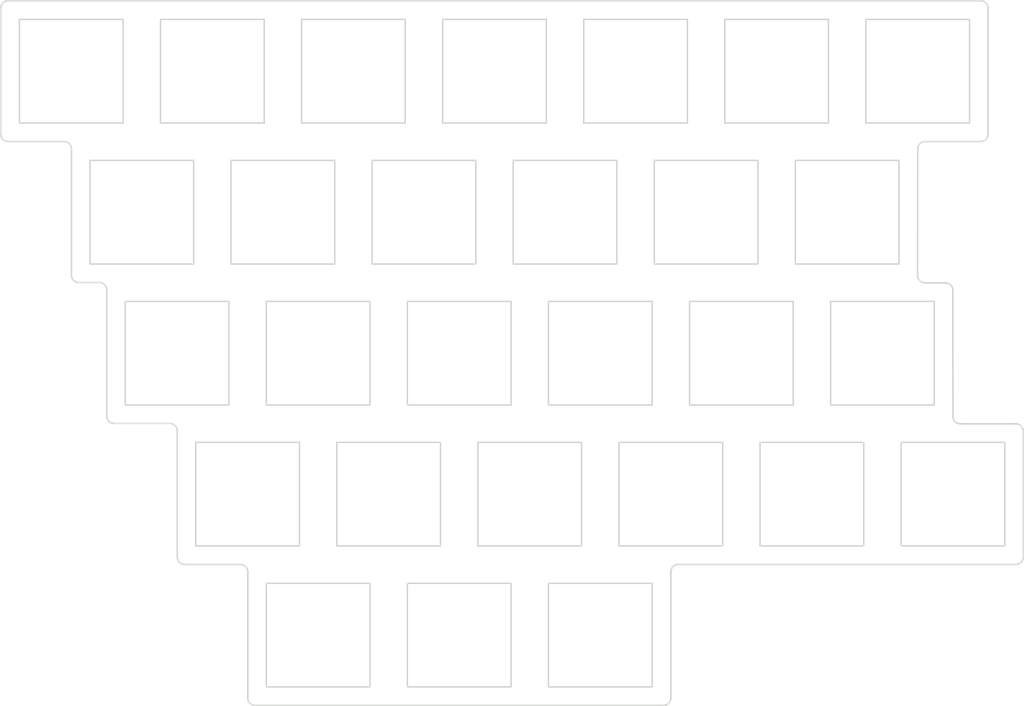
<source format=kicad_pcb>
(kicad_pcb (version 20221018) (generator pcbnew)
  (layers (0 "F.Cu" signal) (31 "B.Cu" signal) (34 "B.Paste" user) (35 "F.Paste" user) (36 "B.SilkS" user "B.Silkscreen") (37 "F.SilkS" user "F.Silkscreen") (38 "B.Mask" user) (39 "F.Mask" user) (44 "Edge.Cuts" user))
  (net 0 "")
  (footprint "kbd:spacer_m2" (layer "F.Cu") (at 133.35 37.592)
    (fp_text reference "Ref**" hide)
    (fp_text value "Val**" hide)
    (pad "" np_thru_hole circle locked (at 0 0) (size 4.3 4.3) (drill 4.3) (layers "F&B.Cu" "*.Mask"))
  )
  (footprint "kbd:spacer_m2" (layer "F.Cu") (at 85.7504 38.5826)
    (fp_text reference "Ref**" hide)
    (fp_text value "Val**" hide)
    (pad "" np_thru_hole circle locked (at 0 0) (size 4.3 4.3) (drill 4.3) (layers "F&B.Cu" "*.Mask"))
  )
  (footprint "" (layer "F.Cu") (at 90.5002 75.692)
    (fp_text reference "" (at 0 0) (layer "F.SilkS") (effects (font (size 1.27 1.27))))
    (fp_text value "" (at 0 0) (layer "F.SilkS") (effects (font (size 1.27 1.27))))
    (pad "" np_thru_hole circle locked (at 0 0) (size 4.3 4.3) (drill 4.3) (layers "F&B.Cu" "*.Mask"))
  )
  (footprint "kbd:spacer_m2" (layer "F.Cu") (at 38.1 37.592)
    (fp_text reference "Ref**" hide)
    (fp_text value "Val**" hide)
    (pad "" np_thru_hole circle locked (at 0 0) (size 4.3 4.3) (drill 4.3) (layers "F&B.Cu" "*.Mask"))
  )
  (footprint "" (layer "F.Cu") (at 133.35 37.592)
    (fp_text reference "" (at 0 0) (layer "F.SilkS") (effects (font (size 1.27 1.27))))
    (fp_text value "" (at 0 0) (layer "F.SilkS") (effects (font (size 1.27 1.27))))
    (pad "" np_thru_hole circle locked (at 0 0) (size 4.3 4.3) (drill 4.3) (layers "F&B.Cu" "*.Mask"))
  )
  (footprint "" (layer "F.Cu") (at 85.7504 38.5826)
    (fp_text reference "" (at 0 0) (layer "F.SilkS") (effects (font (size 1.27 1.27))))
    (fp_text value "" (at 0 0) (layer "F.SilkS") (effects (font (size 1.27 1.27))))
    (pad "" np_thru_hole circle locked (at 0 0) (size 4.3 4.3) (drill 4.3) (layers "F&B.Cu" "*.Mask"))
  )
  (footprint "" (layer "F.Cu") (at 38.1 37.592)
    (fp_text reference "" (at 0 0) (layer "F.SilkS") (effects (font (size 1.27 1.27))))
    (fp_text value "" (at 0 0) (layer "F.SilkS") (effects (font (size 1.27 1.27))))
    (pad "" np_thru_hole circle locked (at 0 0) (size 4.3 4.3) (drill 4.3) (layers "F&B.Cu" "*.Mask"))
  )
  (footprint "kbd:spacer_m2" (layer "F.Cu") (at 90.5002 75.692)
    (fp_text reference "Ref**" hide)
    (fp_text value "Val**" hide)
    (pad "" np_thru_hole circle locked (at 0 0) (size 4.3 4.3) (drill 4.3) (layers "F&B.Cu" "*.Mask"))
  )
  (footprint "kbd:spacer_m2" (layer "F.Cu") (at 138.0998 76.708)
    (fp_text reference "Ref**" hide)
    (fp_text value "Val**" hide)
    (pad "" np_thru_hole circle locked (at 0 0) (size 4.3 4.3) (drill 4.3) (layers "F&B.Cu" "*.Mask"))
  )
  (footprint "kbd:spacer_m2" (layer "F.Cu") (at 61.9252 94.742)
    (fp_text reference "Ref**" hide)
    (fp_text value "Val**" hide)
    (pad "" np_thru_hole circle locked (at 0 0) (size 4.3 4.3) (drill 4.3) (layers "F&B.Cu" "*.Mask"))
  )
  (footprint "" (layer "F.Cu") (at 138.0998 76.708)
    (fp_text reference "" (at 0 0) (layer "F.SilkS") (effects (font (size 1.27 1.27))))
    (fp_text value "" (at 0 0) (layer "F.SilkS") (effects (font (size 1.27 1.27))))
    (pad "" np_thru_hole circle locked (at 0 0) (size 4.3 4.3) (drill 4.3) (layers "F&B.Cu" "*.Mask"))
  )
  (footprint "" (layer "F.Cu") (at 61.9252 94.742)
    (fp_text reference "" (at 0 0) (layer "F.SilkS") (effects (font (size 1.27 1.27))))
    (fp_text value "" (at 0 0) (layer "F.SilkS") (effects (font (size 1.27 1.27))))
    (pad "" np_thru_hole circle locked (at 0 0) (size 4.3 4.3) (drill 4.3) (layers "F&B.Cu" "*.Mask"))
  )
  (gr_line locked (start 73.961998 111.774998) (end 87.962002 111.774998) (stroke (width 0.188976)) (layer "Edge.Cuts"))
  (gr_arc locked (start 156.1375 76.225) (mid 156.844607 76.517893) (end 157.1375 77.225) (stroke (width 0.2)) (layer "Edge.Cuts"))
  (gr_line locked (start 35.862 73.674999) (end 49.862 73.674999) (stroke (width 0.188976)) (layer "Edge.Cuts"))
  (gr_line locked (start 102.249996 54.625) (end 102.249996 40.625) (stroke (width 0.188976)) (layer "Edge.Cuts"))
  (gr_line locked (start 59.387001 78.725003) (end 45.386999 78.725003) (stroke (width 0.188976)) (layer "Edge.Cuts"))
  (gr_line locked (start 151.375 19.05) (end 20.05 19.05) (stroke (width 0.2)) (layer "Edge.Cuts"))
  (gr_line locked (start 34.362 76.174999) (end 41.887 76.174999) (stroke (width 0.2)) (layer "Edge.Cuts"))
  (gr_line locked (start 49.862 59.674999) (end 35.862 59.674999) (stroke (width 0.188976)) (layer "Edge.Cuts"))
  (gr_line locked (start 126.062 73.674999) (end 126.062 59.674999) (stroke (width 0.188976)) (layer "Edge.Cuts"))
  (gr_line locked (start 28.6 39.075) (end 28.6 56.124999) (stroke (width 0.2)) (layer "Edge.Cuts"))
  (gr_arc locked (start 152.375 37.075) (mid 152.082107 37.782107) (end 151.375 38.075) (stroke (width 0.2)) (layer "Edge.Cuts"))
  (gr_line locked (start 157.1375 94.225) (end 157.1375 77.225) (stroke (width 0.2)) (layer "Edge.Cuts"))
  (gr_line locked (start 49.862 73.674999) (end 49.862 59.674999) (stroke (width 0.188976)) (layer "Edge.Cuts"))
  (gr_arc locked (start 34.362 76.174999) (mid 33.654894 75.882106) (end 33.362 75.174999) (stroke (width 0.2)) (layer "Edge.Cuts"))
  (gr_line locked (start 111.774998 21.575) (end 97.774998 21.575) (stroke (width 0.188976)) (layer "Edge.Cuts"))
  (gr_line locked (start 107.011997 97.774998) (end 93.011997 97.774998) (stroke (width 0.188976)) (layer "Edge.Cuts"))
  (gr_line locked (start 93.011997 111.774998) (end 107.011997 111.774998) (stroke (width 0.188976)) (layer "Edge.Cuts"))
  (gr_line locked (start 40.625 35.574999) (end 54.625 35.574999) (stroke (width 0.188976)) (layer "Edge.Cuts"))
  (gr_line locked (start 140.636997 92.725003) (end 154.636997 92.725003) (stroke (width 0.188976)) (layer "Edge.Cuts"))
  (gr_line locked (start 45.100001 40.625) (end 31.100001 40.625) (stroke (width 0.188976)) (layer "Edge.Cuts"))
  (gr_line locked (start 83.487004 92.725003) (end 97.487004 92.725003) (stroke (width 0.188976)) (layer "Edge.Cuts"))
  (gr_line locked (start 64.437 92.725003) (end 78.437 92.725003) (stroke (width 0.188976)) (layer "Edge.Cuts"))
  (gr_arc locked (start 157.1375 94.225) (mid 156.844607 94.932107) (end 156.1375 95.225) (stroke (width 0.2)) (layer "Edge.Cuts"))
  (gr_line locked (start 88.249996 40.625) (end 88.249996 54.625) (stroke (width 0.188976)) (layer "Edge.Cuts"))
  (gr_line locked (start 93.011997 73.674999) (end 107.011997 73.674999) (stroke (width 0.188976)) (layer "Edge.Cuts"))
  (gr_line locked (start 93.011997 59.674999) (end 93.011997 73.674999) (stroke (width 0.188976)) (layer "Edge.Cuts"))
  (gr_line locked (start 107.299999 54.625) (end 121.299999 54.625) (stroke (width 0.188976)) (layer "Edge.Cuts"))
  (gr_line locked (start 68.911999 59.674999) (end 54.911999 59.674999) (stroke (width 0.188976)) (layer "Edge.Cuts"))
  (gr_arc locked (start 27.6 38.075) (mid 28.307107 38.367893) (end 28.6 39.075) (stroke (width 0.2)) (layer "Edge.Cuts"))
  (gr_line locked (start 116.536999 78.725003) (end 102.536999 78.725003) (stroke (width 0.188976)) (layer "Edge.Cuts"))
  (gr_line locked (start 45.386999 92.725003) (end 59.387001 92.725003) (stroke (width 0.188976)) (layer "Edge.Cuts"))
  (gr_line locked (start 31.100001 54.625) (end 45.100001 54.625) (stroke (width 0.188976)) (layer "Edge.Cuts"))
  (gr_line locked (start 121.299999 40.625) (end 107.299999 40.625) (stroke (width 0.188976)) (layer "Edge.Cuts"))
  (gr_arc locked (start 51.411999 95.224999) (mid 52.119107 95.517892) (end 52.411999 96.224999) (stroke (width 0.2)) (layer "Edge.Cuts"))
  (gr_line locked (start 50.150002 40.625) (end 50.150002 54.625) (stroke (width 0.188976)) (layer "Edge.Cuts"))
  (gr_line locked (start 140.636997 78.725003) (end 140.636997 92.725003) (stroke (width 0.188976)) (layer "Edge.Cuts"))
  (gr_line locked (start 35.574999 35.574999) (end 35.574999 21.575) (stroke (width 0.188976)) (layer "Edge.Cuts"))
  (gr_line locked (start 73.961998 97.774998) (end 73.961998 111.774998) (stroke (width 0.188976)) (layer "Edge.Cuts"))
  (gr_line locked (start 135.587002 78.725003) (end 121.587002 78.725003) (stroke (width 0.188976)) (layer "Edge.Cuts"))
  (gr_line locked (start 93.011997 97.774998) (end 93.011997 111.774998) (stroke (width 0.188976)) (layer "Edge.Cuts"))
  (gr_line locked (start 45.100001 54.625) (end 45.100001 40.625) (stroke (width 0.188976)) (layer "Edge.Cuts"))
  (gr_line locked (start 135.873997 21.575) (end 135.873997 35.574999) (stroke (width 0.188976)) (layer "Edge.Cuts"))
  (gr_line locked (start 64.150002 54.625) (end 64.150002 40.625) (stroke (width 0.188976)) (layer "Edge.Cuts"))
  (gr_arc locked (start 109.537502 96.225) (mid 109.830395 95.517894) (end 110.537502 95.225) (stroke (width 0.2)) (layer "Edge.Cuts"))
  (gr_line locked (start 154.636997 92.725003) (end 154.636997 78.725003) (stroke (width 0.188976)) (layer "Edge.Cuts"))
  (gr_line locked (start 146.613811 57.175) (end 143.85131 57.175) (stroke (width 0.2)) (layer "Edge.Cuts"))
  (gr_line locked (start 68.911999 73.674999) (end 68.911999 59.674999) (stroke (width 0.188976)) (layer "Edge.Cuts"))
  (gr_line locked (start 126.350003 40.625) (end 126.350003 54.625) (stroke (width 0.188976)) (layer "Edge.Cuts"))
  (gr_line locked (start 97.774998 35.574999) (end 111.774998 35.574999) (stroke (width 0.188976)) (layer "Edge.Cuts"))
  (gr_line locked (start 35.862 59.674999) (end 35.862 73.674999) (stroke (width 0.188976)) (layer "Edge.Cuts"))
  (gr_line locked (start 40.625 21.575) (end 40.625 35.574999) (stroke (width 0.188976)) (layer "Edge.Cuts"))
  (gr_line locked (start 152.375 37.075) (end 152.375 20.05) (stroke (width 0.2)) (layer "Edge.Cuts"))
  (gr_line locked (start 142.851311 56.173691) (end 142.873693 39.073691) (stroke (width 0.2)) (layer "Edge.Cuts"))
  (gr_arc locked (start 19.05 20.05) (mid 19.342893 19.342893) (end 20.05 19.05) (stroke (width 0.2)) (layer "Edge.Cuts"))
  (gr_arc locked (start 41.887 76.174999) (mid 42.594107 76.467892) (end 42.887 77.174999) (stroke (width 0.2)) (layer "Edge.Cuts"))
  (gr_line locked (start 73.961998 59.674999) (end 73.961998 73.674999) (stroke (width 0.188976)) (layer "Edge.Cuts"))
  (gr_line locked (start 135.587002 92.725003) (end 135.587002 78.725003) (stroke (width 0.188976)) (layer "Edge.Cuts"))
  (gr_line locked (start 130.824002 35.574999) (end 130.824002 21.575) (stroke (width 0.188976)) (layer "Edge.Cuts"))
  (gr_line locked (start 83.200001 40.625) (end 69.200001 40.625) (stroke (width 0.188976)) (layer "Edge.Cuts"))
  (gr_line locked (start 68.911999 97.774998) (end 54.911999 97.774998) (stroke (width 0.188976)) (layer "Edge.Cuts"))
  (gr_arc locked (start 151.375 19.05) (mid 152.082107 19.342893) (end 152.375 20.05) (stroke (width 0.2)) (layer "Edge.Cuts"))
  (gr_line locked (start 92.725003 21.575) (end 78.725003 21.575) (stroke (width 0.188976)) (layer "Edge.Cuts"))
  (gr_line locked (start 156.1375 76.225) (end 148.636189 76.225) (stroke (width 0.2)) (layer "Edge.Cuts"))
  (gr_line locked (start 69.200001 54.625) (end 83.200001 54.625) (stroke (width 0.188976)) (layer "Edge.Cuts"))
  (gr_line locked (start 64.437 78.725003) (end 64.437 92.725003) (stroke (width 0.188976)) (layer "Edge.Cuts"))
  (gr_line locked (start 19.05 20.05) (end 19.05 37.075) (stroke (width 0.2)) (layer "Edge.Cuts"))
  (gr_line locked (start 131.112004 59.674999) (end 131.112004 73.674999) (stroke (width 0.188976)) (layer "Edge.Cuts"))
  (gr_line locked (start 131.112004 73.674999) (end 145.112004 73.674999) (stroke (width 0.188976)) (layer "Edge.Cuts"))
  (gr_line locked (start 73.961998 73.674999) (end 87.962002 73.674999) (stroke (width 0.188976)) (layer "Edge.Cuts"))
  (gr_line locked (start 147.636189 75.226312) (end 147.613811 58.173688) (stroke (width 0.2)) (layer "Edge.Cuts"))
  (gr_line locked (start 107.011997 111.774998) (end 107.011997 97.774998) (stroke (width 0.188976)) (layer "Edge.Cuts"))
  (gr_line locked (start 154.636997 78.725003) (end 140.636997 78.725003) (stroke (width 0.188976)) (layer "Edge.Cuts"))
  (gr_line locked (start 102.536999 78.725003) (end 102.536999 92.725003) (stroke (width 0.188976)) (layer "Edge.Cuts"))
  (gr_arc locked (start 32.362 57.124999) (mid 33.069107 57.417892) (end 33.362 58.124999) (stroke (width 0.2)) (layer "Edge.Cuts"))
  (gr_line locked (start 54.911999 111.774998) (end 68.911999 111.774998) (stroke (width 0.188976)) (layer "Edge.Cuts"))
  (gr_line locked (start 54.625 35.574999) (end 54.625 21.575) (stroke (width 0.188976)) (layer "Edge.Cuts"))
  (gr_line locked (start 135.873997 35.574999) (end 149.875004 35.574999) (stroke (width 0.188976)) (layer "Edge.Cuts"))
  (gr_line locked (start 88.249996 54.625) (end 102.249996 54.625) (stroke (width 0.188976)) (layer "Edge.Cuts"))
  (gr_line locked (start 116.824002 21.575) (end 116.824002 35.574999) (stroke (width 0.188976)) (layer "Edge.Cuts"))
  (gr_line locked (start 78.437 92.725003) (end 78.437 78.725003) (stroke (width 0.188976)) (layer "Edge.Cuts"))
  (gr_line locked (start 64.150002 40.625) (end 50.150002 40.625) (stroke (width 0.188976)) (layer "Edge.Cuts"))
  (gr_line locked (start 110.537502 95.225) (end 156.1375 95.225) (stroke (width 0.2)) (layer "Edge.Cuts"))
  (gr_line locked (start 87.962002 73.674999) (end 87.962002 59.674999) (stroke (width 0.188976)) (layer "Edge.Cuts"))
  (gr_line locked (start 130.824002 21.575) (end 116.824002 21.575) (stroke (width 0.188976)) (layer "Edge.Cuts"))
  (gr_line locked (start 121.299999 54.625) (end 121.299999 40.625) (stroke (width 0.188976)) (layer "Edge.Cuts"))
  (gr_line locked (start 73.674999 21.575) (end 59.674999 21.575) (stroke (width 0.188976)) (layer "Edge.Cuts"))
  (gr_line locked (start 53.412 114.275) (end 108.537502 114.274999) (stroke (width 0.2)) (layer "Edge.Cuts"))
  (gr_arc locked (start 43.887 95.224999) (mid 43.179894 94.932106) (end 42.887 94.224999) (stroke (width 0.2)) (layer "Edge.Cuts"))
  (gr_line locked (start 87.962002 97.774998) (end 73.961998 97.774998) (stroke (width 0.188976)) (layer "Edge.Cuts"))
  (gr_line locked (start 116.824002 35.574999) (end 130.824002 35.574999) (stroke (width 0.188976)) (layer "Edge.Cuts"))
  (gr_line locked (start 145.112004 59.674999) (end 131.112004 59.674999) (stroke (width 0.188976)) (layer "Edge.Cuts"))
  (gr_line locked (start 97.774998 21.575) (end 97.774998 35.574999) (stroke (width 0.188976)) (layer "Edge.Cuts"))
  (gr_line locked (start 20.05 38.075) (end 27.6 38.075) (stroke (width 0.2)) (layer "Edge.Cuts"))
  (gr_line locked (start 92.725003 35.574999) (end 92.725003 21.575) (stroke (width 0.188976)) (layer "Edge.Cuts"))
  (gr_line locked (start 78.725003 21.575) (end 78.725003 35.574999) (stroke (width 0.188976)) (layer "Edge.Cuts"))
  (gr_line locked (start 78.725003 35.574999) (end 92.725003 35.574999) (stroke (width 0.188976)) (layer "Edge.Cuts"))
  (gr_line locked (start 97.487004 78.725003) (end 83.487004 78.725003) (stroke (width 0.188976)) (layer "Edge.Cuts"))
  (gr_line locked (start 68.911999 111.774998) (end 68.911999 97.774998) (stroke (width 0.188976)) (layer "Edge.Cuts"))
  (gr_line locked (start 83.487004 78.725003) (end 83.487004 92.725003) (stroke (width 0.188976)) (layer "Edge.Cuts"))
  (gr_line locked (start 54.911999 59.674999) (end 54.911999 73.674999) (stroke (width 0.188976)) (layer "Edge.Cuts"))
  (gr_line locked (start 33.362 58.124999) (end 33.362 75.174999) (stroke (width 0.2)) (layer "Edge.Cuts"))
  (gr_line locked (start 102.536999 92.725003) (end 116.536999 92.725003) (stroke (width 0.188976)) (layer "Edge.Cuts"))
  (gr_line locked (start 121.587002 92.725003) (end 135.587002 92.725003) (stroke (width 0.188976)) (layer "Edge.Cuts"))
  (gr_arc locked (start 20.05 38.075) (mid 19.342893 37.782107) (end 19.05 37.075) (stroke (width 0.2)) (layer "Edge.Cuts"))
  (gr_line locked (start 112.062 73.674999) (end 126.062 73.674999) (stroke (width 0.188976)) (layer "Edge.Cuts"))
  (gr_line locked (start 59.387001 92.725003) (end 59.387001 78.725003) (stroke (width 0.188976)) (layer "Edge.Cuts"))
  (gr_arc locked (start 29.6 57.124999) (mid 28.892894 56.832106) (end 28.6 56.124999) (stroke (width 0.2)) (layer "Edge.Cuts"))
  (gr_line locked (start 42.887 77.174999) (end 42.887 94.224999) (stroke (width 0.2)) (layer "Edge.Cuts"))
  (gr_line locked (start 54.911999 73.674999) (end 68.911999 73.674999) (stroke (width 0.188976)) (layer "Edge.Cuts"))
  (gr_line locked (start 107.011997 59.674999) (end 93.011997 59.674999) (stroke (width 0.188976)) (layer "Edge.Cuts"))
  (gr_line locked (start 52.411999 96.224999) (end 52.412 113.275) (stroke (width 0.2)) (layer "Edge.Cuts"))
  (gr_line locked (start 21.575 35.574999) (end 35.574999 35.574999) (stroke (width 0.188976)) (layer "Edge.Cuts"))
  (gr_line locked (start 43.887 95.224999) (end 51.411999 95.224999) (stroke (width 0.2)) (layer "Edge.Cuts"))
  (gr_line locked (start 50.150002 54.625) (end 64.150002 54.625) (stroke (width 0.188976)) (layer "Edge.Cuts"))
  (gr_arc locked (start 146.613811 57.175) (mid 147.320447 57.467433) (end 147.613811 58.173688) (stroke (width 0.2)) (layer "Edge.Cuts"))
  (gr_line locked (start 73.674999 35.574999) (end 73.674999 21.575) (stroke (width 0.188976)) (layer "Edge.Cuts"))
  (gr_line locked (start 121.587002 78.725003) (end 121.587002 92.725003) (stroke (width 0.188976)) (layer "Edge.Cuts"))
  (gr_line locked (start 109.537502 113.274999) (end 109.537502 96.225) (stroke (width 0.2)) (layer "Edge.Cuts"))
  (gr_line locked (start 87.962002 59.674999) (end 73.961998 59.674999) (stroke (width 0.188976)) (layer "Edge.Cuts"))
  (gr_line locked (start 78.437 78.725003) (end 64.437 78.725003) (stroke (width 0.188976)) (layer "Edge.Cuts"))
  (gr_line locked (start 69.200001 40.625) (end 69.200001 54.625) (stroke (width 0.188976)) (layer "Edge.Cuts"))
  (gr_arc locked (start 142.873693 39.073691) (mid 143.167048 38.367428) (end 143.873692 38.075) (stroke (width 0.2)) (layer "Edge.Cuts"))
  (gr_line locked (start 140.350003 54.625) (end 140.350003 40.625) (stroke (width 0.188976)) (layer "Edge.Cuts"))
  (gr_line locked (start 102.249996 40.625) (end 88.249996 40.625) (stroke (width 0.188976)) (layer "Edge.Cuts"))
  (gr_line locked (start 45.386999 78.725003) (end 45.386999 92.725003) (stroke (width 0.188976)) (layer "Edge.Cuts"))
  (gr_line locked (start 143.873692 38.075) (end 151.375 38.075) (stroke (width 0.2)) (layer "Edge.Cuts"))
  (gr_arc locked (start 109.537502 113.274999) (mid 109.244609 113.982107) (end 108.537502 114.274999) (stroke (width 0.2)) (layer "Edge.Cuts"))
  (gr_line locked (start 59.674999 35.574999) (end 73.674999 35.574999) (stroke (width 0.188976)) (layer "Edge.Cuts"))
  (gr_arc locked (start 148.636189 76.225) (mid 147.929553 75.932567) (end 147.636189 75.226312) (stroke (width 0.2)) (layer "Edge.Cuts"))
  (gr_line locked (start 140.350003 40.625) (end 126.350003 40.625) (stroke (width 0.188976)) (layer "Edge.Cuts"))
  (gr_line locked (start 149.875004 21.575) (end 135.873997 21.575) (stroke (width 0.188976)) (layer "Edge.Cuts"))
  (gr_line locked (start 31.100001 40.625) (end 31.100001 54.625) (stroke (width 0.188976)) (layer "Edge.Cuts"))
  (gr_line locked (start 126.350003 54.625) (end 140.350003 54.625) (stroke (width 0.188976)) (layer "Edge.Cuts"))
  (gr_line locked (start 111.774998 35.574999) (end 111.774998 21.575) (stroke (width 0.188976)) (layer "Edge.Cuts"))
  (gr_line locked (start 107.011997 73.674999) (end 107.011997 59.674999) (stroke (width 0.188976)) (layer "Edge.Cuts"))
  (gr_line locked (start 21.575 21.575) (end 21.575 35.574999) (stroke (width 0.188976)) (layer "Edge.Cuts"))
  (gr_arc locked (start 53.412 114.275) (mid 52.704893 113.982107) (end 52.412 113.275) (stroke (width 0.2)) (layer "Edge.Cuts"))
  (gr_line locked (start 126.062 59.674999) (end 112.062 59.674999) (stroke (width 0.188976)) (layer "Edge.Cuts"))
  (gr_line locked (start 145.112004 73.674999) (end 145.112004 59.674999) (stroke (width 0.188976)) (layer "Edge.Cuts"))
  (gr_line locked (start 35.574999 21.575) (end 21.575 21.575) (stroke (width 0.188976)) (layer "Edge.Cuts"))
  (gr_line locked (start 83.200001 54.625) (end 83.200001 40.625) (stroke (width 0.188976)) (layer "Edge.Cuts"))
  (gr_line locked (start 97.487004 92.725003) (end 97.487004 78.725003) (stroke (width 0.188976)) (layer "Edge.Cuts"))
  (gr_line locked (start 54.625 21.575) (end 40.625 21.575) (stroke (width 0.188976)) (layer "Edge.Cuts"))
  (gr_line locked (start 87.962002 111.774998) (end 87.962002 97.774998) (stroke (width 0.188976)) (layer "Edge.Cuts"))
  (gr_line locked (start 54.911999 97.774998) (end 54.911999 111.774998) (stroke (width 0.188976)) (layer "Edge.Cuts"))
  (gr_arc locked (start 143.85131 57.175) (mid 143.143734 56.881647) (end 142.851311 56.173691) (stroke (width 0.2)) (layer "Edge.Cuts"))
  (gr_line locked (start 107.299999 40.625) (end 107.299999 54.625) (stroke (width 0.188976)) (layer "Edge.Cuts"))
  (gr_line locked (start 149.875004 35.574999) (end 149.875004 21.575) (stroke (width 0.188976)) (layer "Edge.Cuts"))
  (gr_line locked (start 116.536999 92.725003) (end 116.536999 78.725003) (stroke (width 0.188976)) (layer "Edge.Cuts"))
  (gr_line locked (start 59.674999 21.575) (end 59.674999 35.574999) (stroke (width 0.188976)) (layer "Edge.Cuts"))
  (gr_line locked (start 112.062 59.674999) (end 112.062 73.674999) (stroke (width 0.188976)) (layer "Edge.Cuts"))
  (gr_line locked (start 29.6 57.124999) (end 32.362 57.124999) (stroke (width 0.2)) (layer "Edge.Cuts"))
)
</source>
